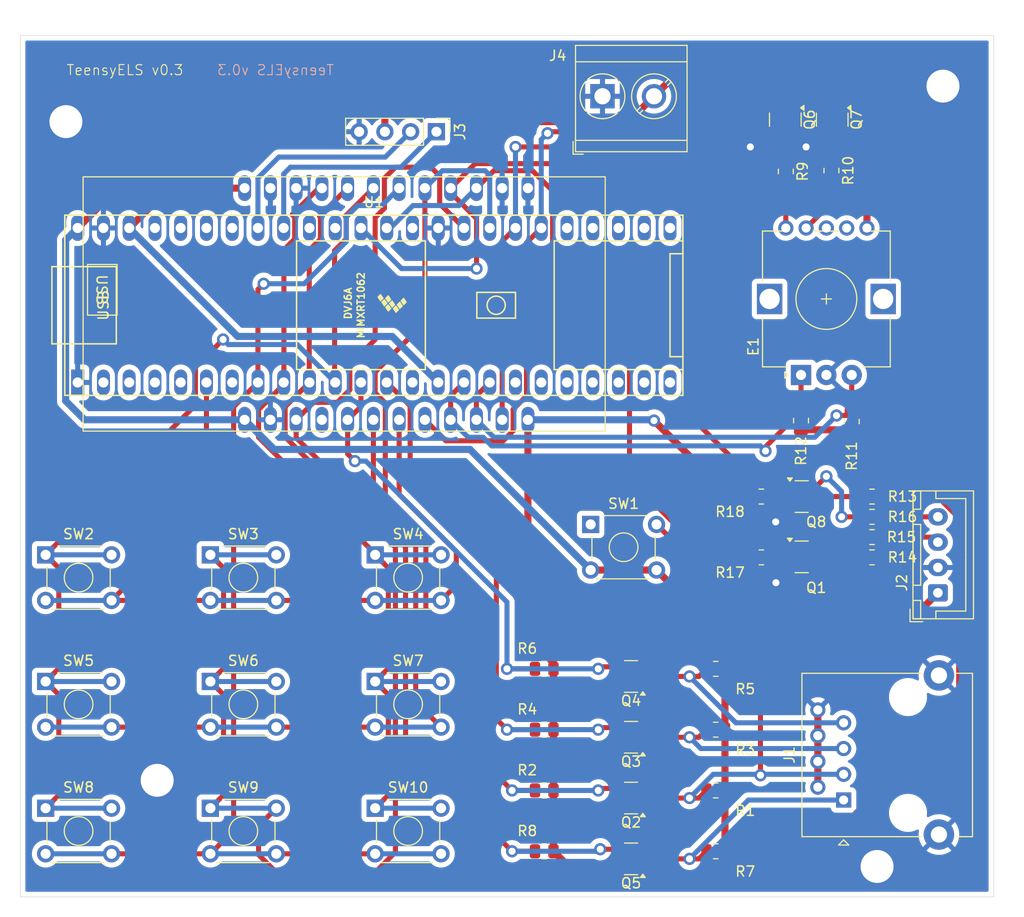
<source format=kicad_pcb>
(kicad_pcb (version 20240108) (generator "pcbnew") (generator_version "8.0")
  (layers (0 "F.Cu" signal) (31 "B.Cu" signal) (34 "B.Paste" user) (35 "F.Paste" user) (36 "B.SilkS" user "B.Silkscreen") (37 "F.SilkS" user "F.Silkscreen") (38 "B.Mask" user) (39 "F.Mask" user) (44 "Edge.Cuts" user))
  (net 0 "")
  (net 25 "GND")
  (net 26 "Net-(Q4-D)")
  (net 27 "Net-(Q5-D)")
  (net 28 "Net-(Q2-D)")
  (net 29 "Net-(Q3-D)")
  (net 30 "+5V")
  (net 31 "Net-(J2-Pin_4)")
  (net 32 "Net-(J2-Pin_3)")
  (net 33 "/SDA")
  (net 34 "/SCL")
  (net 35 "/Step")
  (net 36 "/UIEncA")
  (net 37 "/PadH1")
  (net 38 "/Red")
  (net 39 "/EncA")
  (net 40 "/PadH3")
  (net 41 "/PadV2")
  (net 42 "/PadV3")
  (net 43 "/Alm")
  (net 44 "+3.3V")
  (net 45 "/Green")
  (net 46 "/Ena")
  (net 47 "/PadV1")
  (net 48 "/PadH2")
  (net 49 "/Dir")
  (net 50 "/UIEncB")
  (net 51 "/EncB")
  (net 52 "Net-(Q1-G)")
  (net 53 "Net-(Q6-D)")
  (net 54 "Net-(Q7-D)")
  (net 55 "Net-(Q8-G)")
  (net 56 "Net-(E1-RL)")
  (net 58 "Net-(E1-GL)")
  (footprint "Package_TO_SOT_SMD:SOT-23" (layer "F.Cu") (at 77.2375 93.25 180)
    (property "Reference" "Q3")
    (property "Value" "BSS138" (hide yes))
  )
  (footprint "Resistor_SMD:R_0805_2012Metric" (layer "F.Cu") (at 90.0875 69.5 180)
    (property "Reference" "R18")
    (property "Value" "10K" (hide yes))
  )
  (footprint "TTGO_T_Display:TTGO-T-Display" (layer "F.Cu") (at 71.383686 49.09794 -90)
    (property "Reference" "MCU1" (hide yes))
    (property "Value" "TTGO-T-Display" (hide yes))
  )
  (footprint "Resistor_SMD:R_0805_2012Metric" (layer "F.Cu") (at 68.675 92.5)
    (property "Reference" "R4")
    (property "Value" "10K" (hide yes))
  )
  (footprint "Package_TO_SOT_SMD:SOT-23" (layer "F.Cu") (at 94.0625 69.5)
    (property "Reference" "Q8")
    (property "Value" "BSS138" (hide yes))
  )
  (footprint "Package_TO_SOT_SMD:SOT-23" (layer "F.Cu") (at 97.075 32.30625 -90)
    (property "Reference" "Q7")
    (property "Value" "BSS138" (hide yes))
  )
  (footprint "Resistor_SMD:R_0805_2012Metric" (layer "F.Cu") (at 99 62.0875 -90)
    (property "Reference" "R11")
    (property "Value" "10K" (hide yes))
  )
  (footprint "Resistor_SMD:R_0805_2012Metric" (layer "F.Cu") (at 94 62 90)
    (property "Reference" "R12")
    (property "Value" "10K" (hide yes))
  )
  (footprint "" (layer "F.Cu") (at 21.5 32.5)
    (property "Reference" "")
    (property "Value" "")
  )
  (footprint "Connector_JST:JST_XH_B4B-XH-A_1x04_P2.50mm_Vertical" (layer "F.Cu") (at 107.5 79 90)
    (property "Reference" "J2")
    (property "Value" "Conn_01x04_Pin" (hide yes))
  )
  (footprint "TerminalBlock_CUI:TerminalBlock_CUI_TB007-508-02_1x02_P5.08mm_Horizontal" (layer "F.Cu") (at 74.42 30)
    (property "Reference" "J4")
    (property "Value" "Screw_Terminal_01x02" (hide yes))
  )
  (footprint "teensy:Teensy41" (layer "F.Cu") (at 51.87 50.62)
    (property "Reference" "U1")
    (property "Value" "Teensy4.1")
  )
  (footprint "Resistor_SMD:R_0805_2012Metric" (layer "F.Cu") (at 85.5875 104.5 180)
    (property "Reference" "R7")
    (property "Value" "10K" (hide yes))
  )
  (footprint "Button_Switch_THT:SW_TH_Tactile_Omron_B3F-10xx" (layer "F.Cu") (at 19.5 100.25)
    (property "Reference" "SW8")
    (property "Value" "SW_Omron_B3FS" (hide yes))
  )
  (footprint "Resistor_SMD:R_0805_2012Metric" (layer "F.Cu") (at 101 75.5 180)
    (property "Reference" "R14")
    (property "Value" "0K" (hide yes))
  )
  (footprint "Resistor_SMD:R_0805_2012Metric" (layer "F.Cu") (at 85.5875 98.5 180)
    (property "Reference" "R1")
    (property "Value" "10K" (hide yes))
  )
  (footprint "" (layer "F.Cu") (at 108 29)
    (property "Reference" "")
    (property "Value" "")
  )
  (footprint "Resistor_SMD:R_0805_2012Metric" (layer "F.Cu") (at 68.675 86.5)
    (property "Reference" "R6")
    (property "Value" "10K" (hide yes))
  )
  (footprint "Button_Switch_THT:SW_TH_Tactile_Omron_B3F-10xx" (layer "F.Cu") (at 35.75 87.75)
    (property "Reference" "SW6")
    (property "Value" "SW_Omron_B3FS" (hide yes))
  )
  (footprint "Resistor_SMD:R_0805_2012Metric" (layer "F.Cu") (at 85.5875 92.5 180)
    (property "Reference" "R3")
    (property "Value" "10K" (hide yes))
  )
  (footprint "Resistor_SMD:R_0805_2012Metric" (layer "F.Cu") (at 101 73.5 180)
    (property "Reference" "R15")
    (property "Value" "10K" (hide yes))
  )
  (footprint "Button_Switch_THT:SW_TH_Tactile_Omron_B3F-10xx" (layer "F.Cu") (at 73.25 72.25)
    (property "Reference" "SW1")
    (property "Value" "SW_Omron_B3FS" (hide yes))
  )
  (footprint "Package_TO_SOT_SMD:SOT-23" (layer "F.Cu") (at 77.2375 99.25 180)
    (property "Reference" "Q2")
    (property "Value" "BSS138" (hide yes))
  )
  (footprint "Resistor_SMD:R_0805_2012Metric" (layer "F.Cu") (at 90.0875 75.5 180)
    (property "Reference" "R17")
    (property "Value" "10K" (hide yes))
  )
  (footprint "Resistor_SMD:R_0805_2012Metric" (layer "F.Cu") (at 101 71.5 180)
    (property "Reference" "R16")
    (property "Value" "10K" (hide yes))
  )
  (footprint "Package_TO_SOT_SMD:SOT-23" (layer "F.Cu") (at 77.2375 105.25 180)
    (property "Reference" "Q5")
    (property "Value" "BSS138" (hide yes))
  )
  (footprint "Resistor_SMD:R_0805_2012Metric" (layer "F.Cu") (at 85.5875 86.5 180)
    (property "Reference" "R5")
    (property "Value" "10K" (hide yes))
  )
  (footprint "Button_Switch_THT:SW_TH_Tactile_Omron_B3F-10xx" (layer "F.Cu") (at 35.75 75.25)
    (property "Reference" "SW3")
    (property "Value" "SW_Omron_B3FS" (hide yes))
  )
  (footprint "Package_TO_SOT_SMD:SOT-23" (layer "F.Cu") (at 94.0625 75.45)
    (property "Reference" "Q1")
    (property "Value" "BSS138" (hide yes))
  )
  (footprint "Resistor_SMD:R_0805_2012Metric" (layer "F.Cu") (at 92.5 37.41875 -90)
    (property "Reference" "R9")
    (property "Value" "330R" (hide yes))
  )
  (footprint "" (layer "F.Cu") (at 101.5 106)
    (property "Reference" "")
    (property "Value" "")
  )
  (footprint "Package_TO_SOT_SMD:SOT-23" (layer "F.Cu") (at 77.2375 87.25 180)
    (property "Reference" "Q4")
    (property "Value" "BSS138" (hide yes))
  )
  (footprint "Connector_RJ:RJ45_RCH_RC01937" (layer "F.Cu") (at 98.2 99.445 90)
    (property "Reference" "J1")
    (property "Value" "RJ45_Shielded" (hide yes))
  )
  (footprint "Resistor_SMD:R_0805_2012Metric" (layer "F.Cu") (at 97 37.33125 -90)
    (property "Reference" "R10")
    (property "Value" "330R" (hide yes))
  )
  (footprint "Button_Switch_THT:SW_TH_Tactile_Omron_B3F-10xx" (layer "F.Cu") (at 52 75.25)
    (property "Reference" "SW4")
    (property "Value" "SW_Omron_B3FS" (hide yes))
  )
  (footprint "" (layer "F.Cu") (at 30.5 97.5)
    (property "Reference" "")
    (property "Value" "")
  )
  (footprint "Resistor_SMD:R_0805_2012Metric" (layer "F.Cu") (at 68.675 98.5)
    (property "Reference" "R2")
    (property "Value" "10K" (hide yes))
  )
  (footprint "Connector_PinHeader_2.54mm:PinHeader_1x04_P2.54mm_Vertical" (layer "F.Cu") (at 58.04 33.5 -90)
    (property "Reference" "J3")
    (property "Value" "Conn_01x04_Pin" (hide yes))
  )
  (footprint "Resistor_SMD:R_0805_2012Metric" (layer "F.Cu") (at 68.675 104.5)
    (property "Reference" "R8")
    (property "Value" "10K" (hide yes))
  )
  (footprint "Package_TO_SOT_SMD:SOT-23" (layer "F.Cu") (at 92.45 32.30625 -90)
    (property "Reference" "Q6")
    (property "Value" "BSS138" (hide yes))
  )
  (footprint "Button_Switch_THT:SW_TH_Tactile_Omron_B3F-10xx" (layer "F.Cu") (at 19.5 75.25)
    (property "Reference" "SW2")
    (property "Value" "SW_Omron_B3FS" (hide yes))
  )
  (footprint "Rotary:Sparkfun" (layer "F.Cu") (at 96.5 50 90)
    (property "Reference" "E1")
    (property "Value" "~")
  )
  (footprint "Resistor_SMD:R_0805_2012Metric" (layer "F.Cu") (at 101 69.5 180)
    (property "Reference" "R13")
    (property "Value" "0K" (hide yes))
  )
  (footprint "Button_Switch_THT:SW_TH_Tactile_Omron_B3F-10xx" (layer "F.Cu") (at 52 87.75)
    (property "Reference" "SW7")
    (property "Value" "SW_Omron_B3FS" (hide yes))
  )
  (footprint "Button_Switch_THT:SW_TH_Tactile_Omron_B3F-10xx" (layer "F.Cu") (at 19.5 87.75)
    (property "Reference" "SW5")
    (property "Value" "SW_Omron_B3FS" (hide yes))
  )
  (footprint "Button_Switch_THT:SW_TH_Tactile_Omron_B3F-10xx" (layer "F.Cu") (at 35.75 100.25)
    (property "Reference" "SW9")
    (property "Value" "SW_Omron_B3FS" (hide yes))
  )
  (footprint "Button_Switch_THT:SW_TH_Tactile_Omron_B3F-10xx" (layer "F.Cu") (at 52 100.25)
    (property "Reference" "SW10")
    (property "Value" "SW_Omron_B3FS" (hide yes))
  )
  (gr_line (start 113 24) (end 17 24) (stroke (width 0.05)) (layer "Edge.Cuts"))
  (gr_line (start 113 109) (end 113 24) (stroke (width 0.05)) (layer "Edge.Cuts"))
  (gr_line (start 17 24) (end 17 109) (stroke (width 0.05)) (layer "Edge.Cuts"))
  (gr_line (start 17 109) (end 113 109) (stroke (width 0.05)) (layer "Edge.Cuts"))
  (gr_text "TeensyELS v0.3" (at 48 28 0) (layer "B.SilkS") (effects (font (size 1 1) (thickness 0.1)) (justify left bottom mirror)))
  (gr_text "TeensyELS v0.3" (at 21.5 28 0) (layer "F.SilkS") (effects (font (size 1 1) (thickness 0.1)) (justify left bottom)))
  (segment (start 93.125 70.45) (end 91.575 72) (width 0.7) (layer "F.Cu") (net 25))
  (segment (start 96.125 31.36875) (end 96.125 33.375) (width 0.7) (layer "F.Cu") (net 25))
  (segment (start 91.5 32.5) (end 89 35) (width 0.7) (layer "F.Cu") (net 25))
  (segment (start 95.66 98.175) (end 95.66 90.555) (width 0.7) (layer "F.Cu") (net 25))
  (segment (start 91.5 31.36875) (end 91.5 32.5) (width 0.7) (layer "F.Cu") (net 25))
  (segment (start 96.125 33.375) (end 94.5 35) (width 0.7) (layer "F.Cu") (net 25))
  (segment (start 93.125 76.4) (end 91.525 78) (width 0.7) (layer "F.Cu") (net 25))
  (segment (start 91.575 72) (end 91.5 72) (width 0.7) (layer "F.Cu") (net 25))
  (via (at 91.525 78) (size 1.2) (drill 0.7) (layers "F.Cu" "B.Cu") (net 25))
  (via (at 91.5 72) (size 1.2) (drill 0.7) (layers "F.Cu" "B.Cu") (net 25))
  (via (at 89 35) (size 1.2) (drill 0.7) (layers "F.Cu" "B.Cu") (net 25))
  (via (at 94.5 35) (size 1.2) (drill 0.7) (layers "F.Cu" "B.Cu") (net 25))
  (segment (start 83.925 87.25) (end 83 87.25) (width 0.5) (layer "F.Cu") (net 26))
  (segment (start 84.675 86.5) (end 83.925 87.25) (width 0.5) (layer "F.Cu") (net 26))
  (segment (start 83 87.25) (end 76.3 87.25) (width 0.5) (layer "F.Cu") (net 26))
  (via (at 83 87.25) (size 1.2) (drill 0.7) (layers "F.Cu" "B.Cu") (net 26))
  (segment (start 83 87.25) (end 87.575 91.825) (width 0.5) (layer "B.Cu") (net 26))
  (segment (start 87.575 91.825) (end 98.2 91.825) (width 0.5) (layer "B.Cu") (net 26))
  (segment (start 83.925 105.25) (end 83 105.25) (width 0.5) (layer "F.Cu") (net 27))
  (segment (start 84.675 104.5) (end 83.925 105.25) (width 0.5) (layer "F.Cu") (net 27))
  (segment (start 83 105.25) (end 76.3 105.25) (width 0.5) (layer "F.Cu") (net 27))
  (via (at 83 105.25) (size 1.2) (drill 0.7) (layers "F.Cu" "B.Cu") (net 27))
  (segment (start 83 105.25) (end 88.805 99.445) (width 0.5) (layer "B.Cu") (net 27))
  (segment (start 88.805 99.445) (end 98.2 99.445) (width 0.5) (layer "B.Cu") (net 27))
  (segment (start 83.925 99.25) (end 83 99.25) (width 0.5) (layer "F.Cu") (net 28))
  (segment (start 83 99.25) (end 76.3 99.25) (width 0.5) (layer "F.Cu") (net 28))
  (segment (start 79.75 72.25) (end 90 82.5) (width 0.5) (layer "F.Cu") (net 28))
  (segment (start 90 82.5) (end 90 97) (width 0.5) (layer "F.Cu") (net 28))
  (segment (start 84.675 98.5) (end 83.925 99.25) (width 0.5) (layer "F.Cu") (net 28))
  (via (at 90 97) (size 1.2) (drill 0.7) (layers "F.Cu" "B.Cu") (net 28))
  (via (at 83 99.25) (size 1.2) (drill 0.7) (layers "F.Cu" "B.Cu") (net 28))
  (segment (start 83 99.25) (end 85.345 96.905) (width 0.5) (layer "B.Cu") (net 28))
  (segment (start 85.345 96.905) (end 98.2 96.905) (width 0.5) (layer "B.Cu") (net 28))
  (segment (start 84.675 92.5) (end 83.925 93.25) (width 0.5) (layer "F.Cu") (net 29))
  (segment (start 83 93.25) (end 76.3 93.25) (width 0.5) (layer "F.Cu") (net 29))
  (segment (start 83.925 93.25) (end 83 93.25) (width 0.5) (layer "F.Cu") (net 29))
  (via (at 83 93.25) (size 1.2) (drill 0.7) (layers "F.Cu" "B.Cu") (net 29))
  (segment (start 84.115 94.365) (end 98.2 94.365) (width 0.5) (layer "B.Cu") (net 29))
  (segment (start 83 93.25) (end 84.115 94.365) (width 0.5) (layer "B.Cu") (net 29))
  (segment (start 65 32.5) (end 77 32.5) (width 0.7) (layer "F.Cu") (net 30))
  (segment (start 100.5 32.112144) (end 97.069106 28.68125) (width 0.7) (layer "F.Cu") (net 30))
  (segment (start 100.5 43) (end 100.5 32.112144) (width 0.7) (layer "F.Cu") (net 30))
  (segment (start 97.069106 28.68125) (end 80.81875 28.68125) (width 0.7) (layer "F.Cu") (net 30))
  (segment (start 86.5 86.5) (end 86.5 104.5) (width 0.7) (layer "F.Cu") (net 30))
  (segment (start 102.325 97.92) (end 102.325 84.175) (width 0.7) (layer "F.Cu") (net 30))
  (segment (start 79.75 76.75) (end 86.5 83.5) (width 0.7) (layer "F.Cu") (net 30))
  (segment (start 79.75 76.75) (end 73.25 76.75) (width 0.7) (layer "F.Cu") (net 30))
  (segment (start 22.66 43) (end 34.16 31.5) (width 0.7) (layer "F.Cu") (net 30))
  (segment (start 34.16 31.5) (end 53 31.5) (width 0.7) (layer "F.Cu") (net 30))
  (segment (start 53 31.5) (end 53 32) (width 0.7) (layer "F.Cu") (net 30))
  (segment (start 77 32.5) (end 79.5 30) (width 0.7) (layer "F.Cu") (net 30))
  (segment (start 95.745 104.5) (end 102.325 97.92) (width 0.7) (layer "F.Cu") (net 30))
  (segment (start 64 31.5) (end 65 32.5) (width 0.7) (layer "F.Cu") (net 30))
  (segment (start 86.5 83.5) (end 86.5 86.5) (width 0.7) (layer "F.Cu") (net 30))
  (segment (start 52.96 32.04) (end 52.96 33.5) (width 0.7) (layer "F.Cu") (net 30))
  (segment (start 86.5 104.5) (end 95.745 104.5) (width 0.7) (layer "F.Cu") (net 30))
  (segment (start 80.81875 28.68125) (end 79.5 30) (width 0.7) (layer "F.Cu") (net 30))
  (segment (start 53 32) (end 52.96 32.04) (width 0.7) (layer "F.Cu") (net 30))
  (segment (start 53 31.5) (end 64 31.5) (width 0.7) (layer "F.Cu") (net 30))
  (segment (start 102.325 84.175) (end 107.5 79) (width 0.7) (layer "F.Cu") (net 30))
  (segment (start 21.475 60.06) (end 21.475 44.185) (width 0.7) (layer "B.Cu") (net 30))
  (segment (start 39.125686 61.92494) (end 23.33994 61.92494) (width 0.7) (layer "B.Cu") (net 30))
  (segment (start 21.475 44.185) (end 22.66 43) (width 0.7) (layer "B.Cu") (net 30))
  (segment (start 73.25 76.75) (end 61.35 64.85) (width 0.7) (layer "B.Cu") (net 30))
  (segment (start 23.33994 61.92494) (end 21.475 60.06) (width 0.7) (layer "B.Cu") (net 30))
  (segment (start 42.050746 64.85) (end 39.125686 61.92494) (width 0.7) (layer "B.Cu") (net 30))
  (segment (start 61.35 64.85) (end 42.050746 64.85) (width 0.7) (layer "B.Cu") (net 30))
  (segment (start 101.9125 71.5) (end 107.5 71.5) (width 0.5) (layer "F.Cu") (net 31))
  (segment (start 101.9125 71.5) (end 101.9125 69.5) (width 0.5) (layer "F.Cu") (net 31))
  (segment (start 101.9125 73.5) (end 107 73.5) (width 0.5) (layer "F.Cu") (net 32))
  (segment (start 101.9125 75.5) (end 101.9125 73.5) (width 0.5) (layer "F.Cu") (net 32))
  (segment (start 107 73.5) (end 107.5 74) (width 0.5) (layer "F.Cu") (net 32))
  (segment (start 54.54 37) (end 43.643336 37) (width 0.5) (layer "B.Cu") (net 33))
  (segment (start 43.643336 37) (end 42.98 37.663336) (width 0.5) (layer "B.Cu") (net 33))
  (segment (start 58.04 33.5) (end 54.54 37) (width 0.5) (layer "B.Cu") (net 33))
  (segment (start 42.98 37.663336) (end 42.98 43) (width 0.5) (layer "B.Cu") (net 33))
  (segment (start 40.44 38.06) (end 40.44 43) (width 0.5) (layer "B.Cu") (net 34))
  (segment (start 55.5 33.5) (end 53 36) (width 0.5) (layer "B.Cu") (net 34))
  (segment (start 42.5 36) (end 40.44 38.06) (width 0.5) (layer "B.Cu") (net 34))
  (segment (start 53 36) (end 42.5 36) (width 0.5) (layer "B.Cu") (net 34))
  (segment (start 74.2 86.3) (end 74 86.5) (width 0.5) (layer "F.Cu") (net 35))
  (segment (start 50.6 60.610626) (end 49.285686 61.92494) (width 0.5) (layer "F.Cu") (net 35))
  (segment (start 78.175 86.3) (end 74.2 86.3) (width 0.5) (layer "F.Cu") (net 35))
  (segment (start 67.7625 86.5) (end 65 86.5) (width 0.5) (layer "F.Cu") (net 35))
  (segment (start 50.6 58.24) (end 50.6 60.610626) (width 0.5) (layer "F.Cu") (net 35))
  (segment (start 49.285686 61.92494) (end 49.285686 65.285686) (width 0.5) (layer "F.Cu") (net 35))
  (segment (start 49.285686 65.285686) (end 50 66) (width 0.5) (layer "F.Cu") (net 35))
  (via (at 65 86.5) (size 1.2) (drill 0.7) (layers "F.Cu" "B.Cu") (net 35))
  (via (at 50 66) (size 1.2) (drill 0.7) (layers "F.Cu" "B.Cu") (net 35))
  (via (at 74 86.5) (size 1.2) (drill 0.7) (layers "F.Cu" "B.Cu") (net 35))
  (segment (start 51.088478 66) (end 65 79.911522) (width 0.5) (layer "B.Cu") (net 35))
  (segment (start 65 79.911522) (end 65 86.5) (width 0.5) (layer "B.Cu") (net 35))
  (segment (start 50 66) (end 51.088478 66) (width 0.5) (layer "B.Cu") (net 35))
  (segment (start 65 86.5) (end 74 86.5) (width 0.5) (layer "B.Cu") (net 35))
  (segment (start 59.445686 61.92494) (end 59.445686 59.554314) (width 0.5) (layer "F.Cu") (net 36))
  (segment (start 90.5 65) (end 90.5 64.5875) (width 0.5) (layer "F.Cu") (net 36))
  (segment (start 59.445686 59.554314) (end 60.76 58.24) (width 0.5) (layer "F.Cu") (net 36))
  (segment (start 94 57.5) (end 94 61.0875) (width 0.5) (layer "F.Cu") (net 36))
  (segment (start 90.5 64.5875) (end 94 61.0875) (width 0.5) (layer "F.Cu") (net 36))
  (via (at 90.5 65) (size 1.2) (drill 0.7) (layers "F.Cu" "B.Cu") (net 36))
  (segment (start 63.5 64.5) (end 90 64.5) (width 0.5) (layer "B.Cu") (net 36))
  (segment (start 59.445686 61.92494) (end 61.165686 63.64494) (width 0.5) (layer "B.Cu") (net 36))
  (segment (start 62.64494 63.64494) (end 63.5 64.5) (width 0.5) (layer "B.Cu") (net 36))
  (segment (start 61.165686 63.64494) (end 62.64494 63.64494) (width 0.5) (layer "B.Cu") (net 36))
  (segment (start 90 64.5) (end 90.5 65) (width 0.5) (layer "B.Cu") (net 36))
  (segment (start 26 79.75) (end 35.36 70.39) (width 0.5) (layer "F.Cu") (net 37))
  (segment (start 60 78.25) (end 58.5 79.75) (width 0.5) (layer "F.Cu") (net 37))
  (segment (start 35.36 70.39) (end 35.36 58.24) (width 0.5) (layer "F.Cu") (net 37))
  (segment (start 26 79.75) (end 35.75 79.75) (width 0.5) (layer "F.Cu") (net 37))
  (segment (start 54.365686 61.92494) (end 54.365686 69.277208) (width 0.5) (layer "F.Cu") (net 37))
  (segment (start 42.25 79.75) (end 52 79.75) (width 0.5) (layer "F.Cu") (net 37))
  (segment (start 60 74.911522) (end 60 78.25) (width 0.5) (layer "F.Cu") (net 37))
  (segment (start 54.365686 69.277208) (end 60 74.911522) (width 0.5) (layer "F.Cu") (net 37))
  (segment (start 35.75 79.75) (end 42.25 79.75) (width 0.5) (layer "B.Cu") (net 37))
  (segment (start 52 79.75) (end 58.5 79.75) (width 0.5) (layer "B.Cu") (net 37))
  (segment (start 19.5 79.75) (end 26 79.75) (width 0.5) (layer "B.Cu") (net 37))
  (segment (start 86.278566 35) (end 65.84 35) (width 0.5) (layer "F.Cu") (net 38))
  (segment (start 92.2125 30.18125) (end 91.097316 30.18125) (width 0.5) (layer "F.Cu") (net 38))
  (segment (start 64.525686 44.314314) (end 64.525686 61.92494) (width 0.5) (layer "F.Cu") (net 38))
  (segment (start 65.84 43) (end 64.525686 44.314314) (width 0.5) (layer "F.Cu") (net 38))
  (segment (start 91.097316 30.18125) (end 86.278566 35) (width 0.5) (layer "F.Cu") (net 38))
  (segment (start 93.4 31.36875) (end 92.2125 30.18125) (width 0.5) (layer "F.Cu") (net 38))
  (via (at 65.84 35) (size 1.2) (drill 0.7) (layers "F.Cu" "B.Cu") (net 38))
  (segment (start 65.84 43) (end 65.84 35) (width 0.5) (layer "B.Cu") (net 38))
  (segment (start 62 42.070578) (end 59.445686 39.516264) (width 0.5) (layer "F.Cu") (net 39))
  (segment (start 83.5 40) (end 80.14494 36.64494) (width 0.5) (layer "F.Cu") (net 39))
  (segment (start 61.865686 36.64494) (end 59.445686 39.06494) (width 0.5) (layer "F.Cu") (net 39))
  (segment (start 59.445686 39.516264) (end 59.445686 39.06494) (width 0.5) (layer "F.Cu") (net 39))
  (segment (start 91 69.5) (end 95 69.5) (width 0.5) (layer "F.Cu") (net 39))
  (segment (start 80.14494 36.64494) (end 61.865686 36.64494) (width 0.5) (layer "F.Cu") (net 39))
  (segment (start 62 47) (end 62 42.070578) (width 0.5) (layer "F.Cu") (net 39))
  (segment (start 95 69.5) (end 100.0875 69.5) (width 0.5) (layer "F.Cu") (net 39))
  (segment (start 83.5 62) (end 83.5 40) (width 0.5) (layer "F.Cu") (net 39))
  (segment (start 91 69.5) (end 83.5 62) (width 0.5) (layer "F.Cu") (net 39))
  (via (at 62 47) (size 1.2) (drill 0.7) (layers "F.Cu" "B.Cu") (net 39))
  (segment (start 62 47) (end 54.6 47) (width 0.5) (layer "B.Cu") (net 39))
  (segment (start 54.6 47) (end 50.6 43) (width 0.5) (layer "B.Cu") (net 39))
  (segment (start 38.040686 102.459314) (end 35.75 104.75) (width 0.5) (layer "F.Cu") (net 40))
  (segment (start 26 104.75) (end 35.75 104.75) (width 0.5) (layer "F.Cu") (net 40))
  (segment (start 38.040686 60.639314) (end 38.040686 102.459314) (width 0.5) (layer "F.Cu") (net 40))
  (segment (start 40.44 58.24) (end 38.040686 60.639314) (width 0.5) (layer "F.Cu") (net 40))
  (segment (start 40.44 49.06) (end 40.44 58.24) (width 0.5) (layer "F.Cu") (net 40))
  (segment (start 41 48.5) (end 40.44 49.06) (width 0.5) (layer "F.Cu") (net 40))
  (segment (start 42.25 104.75) (end 52 104.75) (width 0.5) (layer "F.Cu") (net 40))
  (via (at 41 48.5) (size 1.2) (drill 0.7) (layers "F.Cu" "B.Cu") (net 40))
  (segment (start 35.75 104.75) (end 42.25 104.75) (width 0.5) (layer "B.Cu") (net 40))
  (segment (start 49.145 41.915578) (end 50.275638 40.78494) (width 0.5) (layer "B.Cu") (net 40))
  (segment (start 52 104.75) (end 58.5 104.75) (width 0.5) (layer "B.Cu") (net 40))
  (segment (start 45 48.5) (end 49.145 44.355) (width 0.5) (layer "B.Cu") (net 40))
  (segment (start 41 48.5) (end 45 48.5) (width 0.5) (layer "B.Cu") (net 40))
  (segment (start 50.275638 40.78494) (end 52.645686 40.78494) (width 0.5) (layer "B.Cu") (net 40))
  (segment (start 52.645686 40.78494) (end 54.365686 39.06494) (width 0.5) (layer "B.Cu") (net 40))
  (segment (start 49.145 44.355) (end 49.145 41.915578) (width 0.5) (layer "B.Cu") (net 40))
  (segment (start 19.5 104.75) (end 26 104.75) (width 0.5) (layer "B.Cu") (net 40))
  (segment (start 52.088478 106.5) (end 42.161522 106.5) (width 0.5) (layer "F.Cu") (net 41))
  (segment (start 46.605 41.915578) (end 46.605 44.084422) (width 0.5) (layer "F.Cu") (net 41))
  (segment (start 49.285686 39.06494) (end 46.520024 41.830602) (width 0.5) (layer "F.Cu") (net 41))
  (segment (start 45.5 58.22) (end 45.52 58.24) (width 0.5) (layer "F.Cu") (net 41))
  (segment (start 42.161522 106.5) (end 40.5 104.838478) (width 0.5) (layer "F.Cu") (net 41))
  (segment (start 54 74.5) (end 54 104.588478) (width 0.5) (layer "F.Cu") (net 41))
  (segment (start 46.605 44.084422) (end 45.5 45.189422) (width 0.5) (layer "F.Cu") (net 41))
  (segment (start 46.520024 41.830602) (end 46.605 41.915578) (width 0.5) (layer "F.Cu") (net 41))
  (segment (start 37.05 86.45) (end 35.75 87.75) (width 0.5) (layer "F.Cu") (net 41))
  (segment (start 37.05 76.55) (end 37.05 86.45) (width 0.5) (layer "F.Cu") (net 41))
  (segment (start 37.05 89.05) (end 37.05 98.95) (width 0.5) (layer "F.Cu") (net 41))
  (segment (start 35.75 75.25) (end 37.05 76.55) (width 0.5) (layer "F.Cu") (net 41))
  (segment (start 54 104.588478) (end 52.088478 106.5) (width 0.5) (layer "F.Cu") (net 41))
  (segment (start 37.05 98.95) (end 35.75 100.25) (width 0.5) (layer "F.Cu") (net 41))
  (segment (start 43.120686 63.620686) (end 54 74.5) (width 0.5) (layer "F.Cu") (net 41))
  (segment (start 40.5 102) (end 42.25 100.25) (width 0.5) (layer "F.Cu") (net 41))
  (segment (start 45.52 58.24) (end 43.120686 60.639314) (width 0.5) (layer "F.Cu") (net 41))
  (segment (start 40.5 104.838478) (end 40.5 102) (width 0.5) (layer "F.Cu") (net 41))
  (segment (start 45.5 45.189422) (end 45.5 58.22) (width 0.5) (layer "F.Cu") (net 41))
  (segment (start 43.120686 60.639314) (end 43.120686 63.620686) (width 0.5) (layer "F.Cu") (net 41))
  (segment (start 35.75 87.75) (end 37.05 89.05) (width 0.5) (layer "F.Cu") (net 41))
  (segment (start 35.75 100.25) (end 42.25 100.25) (width 0.5) (layer "B.Cu") (net 41))
  (segment (start 42.25 87.75) (end 35.75 87.75) (width 0.5) (layer "B.Cu") (net 41))
  (segment (start 35.75 75.25) (end 42.25 75.25) (width 0.5) (layer "B.Cu") (net 41))
  (segment (start 52 87.75) (end 53.3 89.05) (width 0.5) (layer "F.Cu") (net 42))
  (segment (start 46.745686 39.06494) (end 46.43506 39.06494) (width 0.5) (layer "F.Cu") (net 42))
  (segment (start 44.065 44.084422) (end 43 45.149422) (width 0.5) (layer "F.Cu") (net 42))
  (segment (start 40.5 60.921204) (end 40.5 63.647179) (width 0.5) (layer "F.Cu") (net 42))
  (segment (start 53.3 76.55) (end 53.3 86.45) (width 0.5) (layer "F.Cu") (net 42))
  (segment (start 52 75.25) (end 53.3 76.55) (width 0.5) (layer "F.Cu") (net 42))
  (segment (start 46.43506 39.06494) (end 43.824711 41.675289) (width 0.5) (layer "F.Cu") (net 42))
  (segment (start 43.824711 41.675289) (end 44.065 41.915578) (width 0.5) (layer "F.Cu") (net 42))
  (segment (start 52 75.147179) (end 52 75.25) (width 0.5) (layer "F.Cu") (net 42))
  (segment (start 43 58.22) (end 42.98 58.24) (width 0.5) (layer "F.Cu") (net 42))
  (segment (start 53.3 98.95) (end 52 100.25) (width 0.5) (layer "F.Cu") (net 42))
  (segment (start 40.5 63.647179) (end 52 75.147179) (width 0.5) (layer "F.Cu") (net 42))
  (segment (start 53.3 89.05) (end 53.3 98.95) (width 0.5) (layer "F.Cu") (net 42))
  (segment (start 43 45.149422) (end 43 58.22) (width 0.5) (layer "F.Cu") (net 42))
  (segment (start 42.98 58.441204) (end 40.5 60.921204) (width 0.5) (layer "F.Cu") (net 42))
  (segment (start 42.98 58.24) (end 42.98 58.441204) (width 0.5) (layer "F.Cu") (net 42))
  (segment (start 44.065 41.915578) (end 44.065 44.084422) (width 0.5) (layer "F.Cu") (net 42))
  (segment (start 53.3 86.45) (end 52 87.75) (width 0.5) (layer "F.Cu") (net 42))
  (segment (start 52 87.75) (end 58.5 87.75) (width 0.5) (layer "B.Cu") (net 42))
  (segment (start 52 75.25) (end 58.5 75.25) (width 0.5) (layer "B.Cu") (net 42))
  (segment (start 52 100.25) (end 58.5 100.25) (width 0.5) (layer "B.Cu") (net 42))
  (segment (start 49.5 58.969422) (end 48.264482 60.20494) (width 0.5) (layer "F.Cu") (net 43))
  (segment (start 52.910686 41.059892) (end 52 41.970578) (width 0.5) (layer "F.Cu") (net 43))
  (segment (start 52 41.970578) (end 52 54) (width 0.5) (layer "F.Cu") (net 43))
  (segment (start 65.5 104.5) (end 55 94) (width 0.5) (layer "F.Cu") (net 43))
  (segment (start 78.175 104.3) (end 74.2 104.3) (width 0.5) (layer "F.Cu") (net 43))
  (segment (start 54 37) (end 52.910686 38.089314) (width 0.5) (layer "F.Cu") (net 43))
  (segment (start 60.76 43) (end 58.360686 40.600686) (width 0.5) (layer "F.Cu") (net 43))
  (segment (start 55 94) (end 55 74.489254) (width 0.5) (layer "F.Cu") (net 43))
  (segment (start 52.910686 38.089314) (end 52.910686 41.059892) (width 0.5) (layer "F.Cu") (net 43))
  (segment (start 67.7625 104.5) (end 65.5 104.5) (width 0.5) (layer "F.Cu") (net 43))
  (segment (start 52 54) (end 49.5 56.5) (width 0.5) (layer "F.Cu") (net 43))
  (segment (start 55 74.489254) (end 44.205686 63.69494) (width 0.5) (layer "F.Cu") (net 43))
  (segment (start 57.5 37) (end 54 37) (width 0.5) (layer "F.Cu") (net 43))
  (segment (start 58.360686 37.860686) (end 57.5 37) (width 0.5) (layer "F.Cu") (net 43))
  (segment (start 45.925686 60.20494) (end 44.205686 61.92494) (width 0.5) (layer "F.Cu") (net 43))
  (segment (start 74.2 104.3) (end 74 104.5) (width 0.5) (layer "F.Cu") (net 43))
  (segment (start 48.264482 60.20494) (end 45.925686 60.20494) (width 0.5) (layer "F.Cu") (net 43))
  (segment (start 44.205686 63.69494) (end 44.205686 61.92494) (width 0.5) (layer "F.Cu") (net 43))
  (segment (start 49.5 56.5) (end 49.5 58.969422) (width 0.5) (layer "F.Cu") (net 43))
  (segment (start 58.360686 40.600686) (end 58.360686 37.860686) (width 0.5) (layer "F.Cu") (net 43))
  (via (at 74.2 104.3) (size 1.2) (drill 0.7) (layers "F.Cu" "B.Cu") (net 43))
  (via (at 65.5 104.5) (size 1.2) (drill 0.7) (layers "F.Cu" "B.Cu") (net 43))
  (segment (start 74 104.5) (end 74.2 104.3) (width 0.5) (layer "B.Cu") (net 43))
  (segment (start 65.5 104.5) (end 74 104.5) (width 0.5) (layer "B.Cu") (net 43))
  (segment (start 69.7875 88.2) (end 69.5875 88) (width 0.7) (layer "F.Cu") (net 44))
  (segment (start 67.065686 83.390686) (end 67.065686 61.92494) (width 0.7) (layer "F.Cu") (net 44))
  (segment (start 101.104899 63) (end 109.65 71.545101) (width 0.7) (layer "F.Cu") (net 44))
  (segment (start 69.5875 86.5) (end 69.5875 85.9125) (width 0.7) (layer "F.Cu") (net 44))
  (segment (start 69.5875 85.9125) (end 67.065686 83.390686) (width 0.7) (layer "F.Cu") (net 44))
  (segment (start 87 69.5) (end 79.5 62) (width 0.7) (layer "F.Cu") (net 44))
  (segment (start 31.67506 39.06494) (end 39.125686 39.06494) (width 0.7) (layer "F.Cu") (net 44))
  (segment (start 99 63) (end 101.104899 63) (width 0.7) (layer "F.Cu") (net 44))
  (segment (start 69.5875 86.5) (end 69.5875 88) (width 0.7) (layer "F.Cu") (net 44))
  (segment (start 78.175 88.2) (end 69.7875 88.2) (width 0.7) (layer "F.Cu") (net 44))
  (segment (start 89.175 69.5) (end 87 69.5) (width 0.7) (layer "F.Cu") (net 44))
  (segment (start 98.9125 62.9125) (end 99 63) (width 0.7) (layer "F.Cu") (net 44))
  (segment (start 78.175 94.2) (end 69.8875 94.2) (width 0.7) (layer "F.Cu") (net 44))
  (segment (start 69.5875 88) (end 69.5875 94.5) (width 0.7) (layer "F.Cu") (net 44))
  (segment (start 69.8875 100.2) (end 69.5875 100.5) (width 0.7) (layer "F.Cu") (net 44))
  (segment (start 78.975 107) (end 78.175 106.2) (width 0.7) (layer "F.Cu") (net 44))
  (segment (start 89.175 75.5) (end 89.175 69.5) (width 0.7) (layer "F.Cu") (net 44))
  (segment (start 27.74 43) (end 31.67506 39.06494) (width 0.7) (layer "F.Cu") (net 44))
  (segment (start 78.175 106.2) (end 71.2875 106.2) (width 0.7) (layer "F.Cu") (net 44))
  (segment (start 69.8875 94.2) (end 69.5875 94.5) (width 0.7) (layer "F.Cu") (net 44))
  (segment (start 109.65 71.545101) (end 109.65 91.867792) (width 0.7) (layer "F.Cu") (net 44))
  (segment (start 71.2875 106.2) (end 69.5875 104.5) (width 0.7) (layer "F.Cu") (net 44))
  (segment (start 78.175 100.2) (end 69.8875 100.2) (width 0.7) (layer "F.Cu") (net 44))
  (segment (start 94.517792 107) (end 78.975 107) (width 0.7) (layer "F.Cu") (net 44))
  (segment (start 69.5875 94.5) (end 69.5875 100.5) (width 0.7) (layer "F.Cu") (net 44))
  (segment (start 94 62.9125) (end 98.9125 62.9125) (width 0.7) (layer "F.Cu") (net 44))
  (segment (start 109.65 91.867792) (end 94.517792 107) (width 0.7) (layer "F.Cu") (net 44))
  (segment (start 69.5875 100.5) (end 69.5875 104.5) (width 0.7) (layer "F.Cu") (net 44))
  (via (at 79.5 62) (size 1.2) (drill 0.7) (layers "F.Cu" "B.Cu") (net 44))
  (segment (start 38.44 53.7) (end 53.68 53.7) (width 0.7) (layer "B.Cu") (net 44))
  (segment (start 79.5 62) (end 79.42494 61.92494) (width 0.7) (layer "B.Cu") (net 44))
  (segment (start 79.42494 61.92494) (end 67.065686 61.92494) (width 0.7) (layer "B.Cu") (net 44))
  (segment (start 53.68 53.7) (end 58.22 58.24) (width 0.7) (layer "B.Cu") (net 44))
  (segment (start 27.74 43) (end 38.44 53.7) (width 0.7) (layer "B.Cu") (net 44))
  (segment (start 65.610686 60.889314) (end 65.610686 63.009362) (width 0.5) (layer "F.Cu") (net 45))
  (segment (start 66.925 59.575) (end 65.610686 60.889314) (width 0.5) (layer "F.Cu") (net 45))
  (segment (start 69 33.65) (end 69.15 33.5) (width 0.5) (layer "F.Cu") (net 45))
  (segment (start 68.38 43) (end 66.925 44.455) (width 0.5) (layer "F.Cu") (net 45))
  (segment (start 66.925 44.455) (end 66.925 59.575) (width 0.5) (layer "F.Cu") (net 45))
  (segment (start 96.1375 29.48125) (end 98.025 31.36875) (width 0.5) (layer "F.Cu") (net 45))
  (segment (start 69.15 33.5) (end 86.788616 33.5) (width 0.5) (layer "F.Cu") (net 45))
  (segment (start 90.807366 29.48125) (end 96.1375 29.48125) (width 0.5) (layer "F.Cu") (net 45))
  (segment (start 64.620048 64) (end 58.980746 64) (width 0.5) (layer "F.Cu") (net 45))
  (segment (start 86.788616 33.5) (end 90.807366 29.48125) (width 0.5) (layer "F.Cu") (net 45))
  (segment (start 65.610686 63.009362) (end 64.620048 64) (width 0.5) (layer "F.Cu") (net 45))
  (segment (start 58.980746 64) (end 56.905686 61.92494) (width 0.5) (layer "F.Cu") (net 45))
  (via (at 69 33.65) (size 1.2) (drill 0.7) (layers "F.Cu" "B.Cu") (net 45))
  (segment (start 68.38 43) (end 68.38 34.27) (width 0.5) (layer "B.Cu") (net 45))
  (segment (start 68.38 34.27) (end 69 33.65) (width 0.5) (layer "B.Cu") (net 45))
  (segment (start 74.2 98.3) (end 74 98.5) (width 0.5) (layer "F.Cu") (net 46))
  (segment (start 56.905686 52.304892) (end 56.905686 39.06494) (width 0.5) (layer "F.Cu") (net 46))
  (segment (start 53 60.269422) (end 52 59.269422) (width 0.5) (layer "F.Cu") (net 46))
  (segment (start 78.175 98.3) (end 74.2 98.3) (width 0.5) (layer "F.Cu") (net 46))
  (segment (start 67.7625 98.5) (end 65.5 98.5) (width 0.5) (layer "F.Cu") (net 46))
  (segment (start 57 82) (end 57 73.5) (width 0.5) (layer "F.Cu") (net 46))
  (segment (start 65.5 98.5) (end 62 95) (width 0.5) (layer "F.Cu") (net 46))
  (segment (start 52 59.269422) (end 52 57.210578) (width 0.5) (layer "F.Cu") (net 46))
  (segment (start 62 87) (end 57 82) (width 0.5) (layer "F.Cu") (net 46))
  (segment (start 53 69.5) (end 53 60.269422) (width 0.5) (layer "F.Cu") (net 46))
  (segment (start 57 73.5) (end 53 69.5) (width 0.5) (layer "F.Cu") (net 46))
  (segment (start 62 95) (end 62 87) (width 0.5) (layer "F.Cu") (net 46))
  (segment (start 52 57.210578) (end 56.905686 52.304892) (width 0.5) (layer "F.Cu") (net 46))
  (via (at 65.5 98.5) (size 1.2) (drill 0.7) (layers "F.Cu" "B.Cu") (net 46))
  (via (at 74 98.5) (size 1.2) (drill 0.7) (layers "F.Cu" "B.Cu") (net 46))
  (segment (start 58.625686 37.34494) (end 62.84494 37.34494) (width 0.5) (layer "B.Cu") (net 46))
  (segment (start 62.84494 37.34494) (end 63.3 37.8) (width 0.5) (layer "B.Cu") (net 46))
  (segment (start 65.5 98.5) (end 74 98.5) (width 0.5) (layer "B.Cu") (net 46))
  (segment (start 63.3 37.8) (end 63.3 43) (width 0.5) (layer "B.Cu") (net 46))
  (segment (start 56.905686 39.06494) (end 58.625686 37.34494) (width 0.5) (layer "B.Cu") (net 46))
  (segment (start 20.8 86.45) (end 19.5 87.75) (width 0.5) (layer "F.Cu") (net 47))
  (segment (start 49.145 44.084422) (end 48 45.229422) (width 0.5) (layer "F.Cu") (net 47))
  (segment (start 19.5 75.25) (end 20.8 76.55) (width 0.5) (layer "F.Cu") (net 47))
  (segment (start 34.275 56.725) (end 34.275 60.475) (width 0.5) (layer "F.Cu") (net 47))
  (segment (start 48 58.18) (end 48.06 58.24) (width 0.5) (layer "F.Cu") (net 47))
  (segment (start 19.5 87.75) (end 20.8 89.05) (width 0.5) (layer "F.Cu") (net 47))
  (segment (start 20.8 76.55) (end 20.8 86.45) (width 0.5) (layer "F.Cu") (net 47))
  (segment (start 48 45.229422) (end 48 58.18) (width 0.5) (layer "F.Cu") (net 47))
  (segment (start 20.8 89.05) (end 20.8 98.95) (width 0.5) (layer "F.Cu") (net 47))
  (segment (start 37 54) (end 34.275 56.725) (width 0.5) (layer "F.Cu") (net 47))
  (segment (start 34.275 60.475) (end 19.5 75.25) (width 0.5) (layer "F.Cu") (net 47))
  (segment (start 51.825686 39.06494) (end 49.060024 41.830602) (width 0.5) (layer "F.Cu") (net 47))
  (segment (start 49.060024 41.830602) (end 49.145 41.915578) (width 0.5) (layer "F.Cu") (net 47))
  (segment (start 20.8 98.95) (end 19.5 100.25) (width 0.5) (layer "F.Cu") (net 47))
  (segment (start 49.145 41.915578) (end 49.145 44.084422) (width 0.5) (layer "F.Cu") (net 47))
  (via (at 37 54) (size 1.2) (drill 0.7) (layers "F.Cu" "B.Cu") (net 47))
  (segment (start 19.5 100.25) (end 26 100.25) (width 0.5) (layer "B.Cu") (net 47))
  (segment (start 26 87.75) (end 19.5 87.75) (width 0.5) (layer "B.Cu") (net 47))
  (segment (start 19.5 75.25) (end 26 75.25) (width 0.5) (layer "B.Cu") (net 47))
  (segment (start 37 54) (end 37.5 54.5) (width 0.5) (layer "B.Cu") (net 47))
  (segment (start 44.32 54.5) (end 48.06 58.24) (width 0.5) (layer "B.Cu") (net 47))
  (segment (start 37.5 54.5) (end 44.32 54.5) (width 0.5) (layer "B.Cu") (net 47))
  (segment (start 56 73.989949) (end 51.825686 69.815635) (width 0.5) (layer "F.Cu") (net 48))
  (segment (start 51.825686 69.815635) (end 51.825686 61.92494) (width 0.5) (layer "F.Cu") (net 48))
  (segment (start 58.5 92.25) (end 56 89.75) (width 0.5) (layer "F.Cu") (net 48))
  (segment (start 56 89.75) (end 56 73.989949) (width 0.5) (layer "F.Cu") (net 48))
  (segment (start 42.25 92.25) (end 52 92.25) (width 0.5) (layer "F.Cu") (net 48))
  (segment (start 26 92.25) (end 35.75 92.25) (width 0.5) (layer "F.Cu") (net 48))
  (segment (start 19.5 92.25) (end 26 92.25) (width 0.5) (layer "B.Cu") (net 48))
  (segment (start 52 92.25) (end 58.5 92.25) (width 0.5) (layer "B.Cu") (net 48))
  (segment (start 35.75 92.25) (end 42.25 92.25) (width 0.5) (layer "B.Cu") (net 48))
  (segment (start 55.450686 66.450686) (end 55.450686 60.550686) (width 0.5) (layer "F.Cu") (net 49))
  (segment (start 63.95 74.95) (end 55.450686 66.450686) (width 0.5) (layer "F.Cu") (net 49))
  (segment (start 55.450686 60.550686) (end 53.14 58.24) (width 0.5) (layer "F.Cu") (net 49))
  (segment (start 63.95 91.45) (end 63.95 74.95) (width 0.5) (layer "F.Cu") (net 49))
  (segment (start 78.175 92.3) (end 74.2 92.3) (width 0.5) (layer "F.Cu") (net 49))
  (segment (start 65 92.5) (end 63.95 91.45) (width 0.5) (layer "F.Cu") (net 49))
  (segment (start 67.7625 92.5) (end 65 92.5) (width 0.5) (layer "F.Cu") (net 49))
  (segment (start 74.2 92.3) (end 74 92.5) (width 0.5) (layer "F.Cu") (net 49))
  (via (at 74 92.5) (size 1.2) (drill 0.7) (layers "F.Cu" "B.Cu") (net 49))
  (via (at 65 92.5) (size 1.2) (drill 0.7) (layers "F.Cu" "B.Cu") (net 49))
  (segment (start 65 92.5) (end 74 92.5) (width 0.5) (layer "B.Cu") (net 49))
  (segment (start 98.675 61.5) (end 99 61.175) (width 0.5) (layer "F.Cu") (net 50))
  (segment (start 99 57.5) (end 99 61.175) (width 0.5) (layer "F.Cu") (net 50))
  (segment (start 61.985686 59.554314) (end 63.3 58.24) (width 0.5) (layer "F.Cu") (net 50))
  (segment (start 97.5 61.5) (end 98.675 61.5) (width 0.5) (layer "F.Cu") (net 50))
  (segment (start 61.985686 61.92494) (end 61.985686 59.554314) (width 0.5) (layer "F.Cu") (net 50))
  (via (at 97.5 61.5) (size 1.2) (drill 0.7) (layers "F.Cu" "B.Cu") (net 50))
  (segment (start 95.35506 63.64494) (end 97.5 61.5) (width 0.5) (layer "B.Cu") (net 50))
  (segment (start 61.985686 61.92494) (end 63.705686 63.64494) (width 0.5) (layer "B.Cu") (net 50))
  (segment (start 63.705686 63.64494) (end 95.35506 63.64494) (width 0.5) (layer "B.Cu") (net 50))
  (segment (start 89.85 76.65) (end 91 75.5) (width 0.5) (layer "F.Cu") (net 51))
  (segment (start 61.985686 39.06494) (end 63.705686 37.34494) (width 0.5) (layer "F.Cu") (net 51))
  (segment (start 95 75.45) (end 91.05 75.45) (width 0.5) (layer "F.Cu") (net 51))
  (segment (start 69.5 47) (end 77.085 54.585) (width 0.5) (layer "F.Cu") (net 51))
  (segment (start 77.085321 67.746843) (end 85.988478 76.65) (width 0.5) (layer "F.Cu") (net 51))
  (segment (start 95 75.45) (end 100.0375 75.45) (width 0.5) (layer "F.Cu") (net 51))
  (segment (start 77.085 67.02047) (end 77.085321 67.020791) (width 0.5) (layer "F.Cu") (net 51))
  (segment (start 91.05 75.45) (end 91 75.5) (width 0.5) (layer "F.Cu") (net 51))
  (segment (start 69.5 39.329832) (end 69.5 47) (width 0.5) (layer "F.Cu") (net 51))
  (segment (start 67.515108 37.34494) (end 69.5 39.329832) (width 0.5) (layer "F.Cu") (net 51))
  (segment (start 77.085321 67.020791) (end 77.085321 67.746843) (width 0.5) (layer "F.Cu") (net 51))
  (segment (start 100.0375 75.45) (end 100.0875 75.5) (width 0.5) (layer "F.Cu") (net 51))
  (segment (start 85.988478 76.65) (end 89.85 76.65) (width 0.5) (layer "F.Cu") (net 51))
  (segment (start 77.085 54.585) (end 77.085 67.02047) (width 0.5) (layer "F.Cu") (net 51))
  (segment (start 63.705686 37.34494) (end 67.515108 37.34494) (width 0.5) (layer "F.Cu") (net 51))
  (segment (start 55.725638 40.78494) (end 60.265686 40.78494) (width 0.5) (layer "B.Cu") (net 51))
  (segment (start 53.510578 43) (end 55.725638 40.78494) (width 0.5) (layer "B.Cu") (net 51))
  (segment (start 60.265686 40.78494) (end 61.985686 39.06494) (width 0.5) (layer "B.Cu") (net 51))
  (segment (start 53.14 43) (end 53.510578 43) (width 0.5) (layer "B.Cu") (net 51))
  (segment (start 99.0875 74.5) (end 100.0875 73.5) (width 0.5) (layer "F.Cu") (net 52))
  (segment (start 93.125 74.5) (end 99.0875 74.5) (width 0.5) (layer "F.Cu") (net 52))
  (segment (start 92.45 33.24375) (end 92.45 36.86875) (width 0.5) (layer "F.Cu") (net 53))
  (segment (start 92.45 36.45625) (end 92.5 36.50625) (width 0.5) (layer "F.Cu") (net 53))
  (segment (start 97.075 36.34375) (end 97 36.41875) (width 0.5) (layer "F.Cu") (net 54))
  (segment (start 97.075 33.24375) (end 97.075 36.75625) (width 0.5) (layer "F.Cu") (net 54))
  (segment (start 93.125 68.55) (end 95.45 68.55) (width 0.5) (layer "F.Cu") (net 55))
  (segment (start 98 71.5) (end 100.0875 71.5) (width 0.5) (layer "F.Cu") (net 55))
  (segment (start 95.45 68.55) (end 96.5 67.5) (width 0.5) (layer "F.Cu") (net 55))
  (via (at 98 71.5) (size 1.2) (drill 0.7) (layers "F.Cu" "B.Cu") (net 55))
  (via (at 96.5 67.5) (size 1.2) (drill 0.7) (layers "F.Cu" "B.Cu") (net 55))
  (segment (start 98 69) (end 98 71.5) (width 0.5) (layer "B.Cu") (net 55))
  (segment (start 96.5 67.5) (end 98 69) (width 0.5) (layer "B.Cu") (net 55))
  (segment (start 92.5 38.33125) (end 92.5 43) (width 0.5) (layer "F.Cu") (net 56))
  (segment (start 97 40.5) (end 97 38.24375) (width 0.5) (layer "F.Cu") (net 58))
  (segment (start 94.5 43) (end 97 40.5) (width 0.5) (layer "F.Cu") (net 58))
  (zone (net 25) (net_name "GND") (layer "B.Cu") (connect_pads (clearance 0.5)) (min_thickness 0.25) (fill yes (thermal_gap 0.5) (thermal_bridge_width 0.5))
    (polygon (pts (xy 15 20.5) (xy 15 111) (xy 116 111) (xy 116 20.5)))
  )
)
</source>
